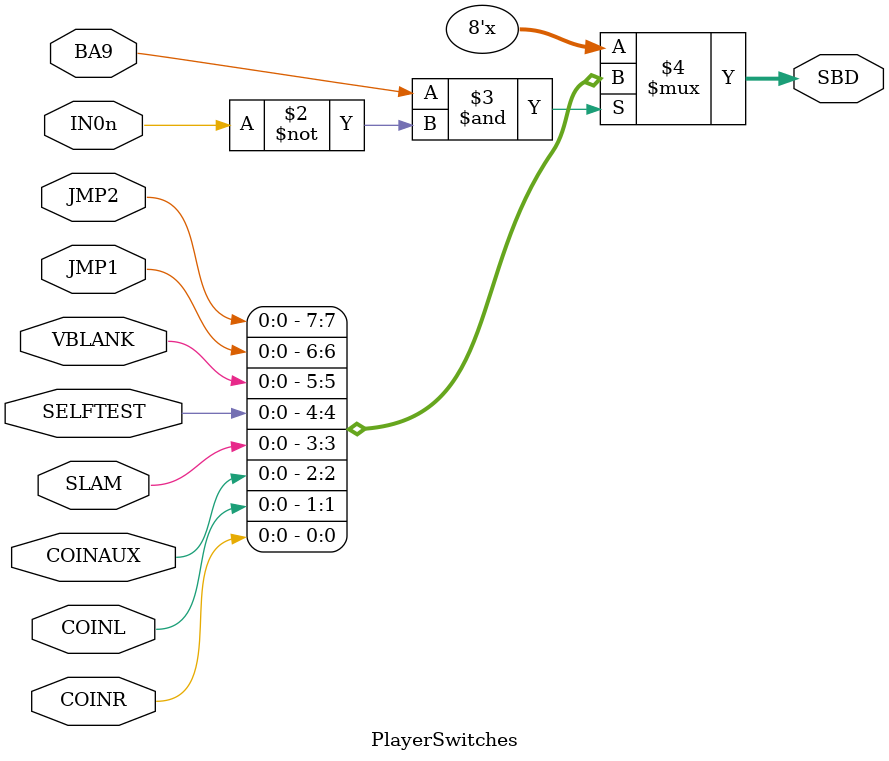
<source format=v>
module PlayerSwitches
(
   input BA9, 
   input IN0n, 
   
   input JMP2, JMP1, SELFTEST, VBLANK, SLAM, COINAUX, COINL, COINR,
   
   output reg [7:0] SBD
);

always @(*)
begin
   if (BA9 & ~IN0n)  SBD <= #1 { JMP2, JMP1, VBLANK, SELFTEST, SLAM, COINAUX, COINL, COINR };
end

endmodule
</source>
